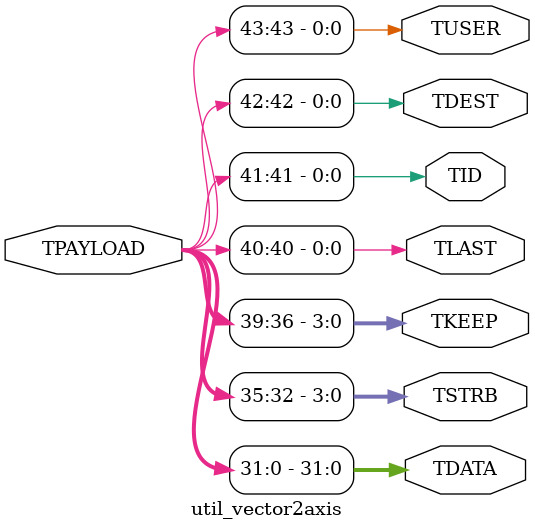
<source format=v>

`timescale 1ps/1ps
`default_nettype none

module util_vector2axis #
(
///////////////////////////////////////////////////////////////////////////////
// Parameter Definitions
///////////////////////////////////////////////////////////////////////////////
   parameter integer C_TDATA_WIDTH = 32,
   parameter integer C_TID_WIDTH   = 1,
   parameter integer C_TDEST_WIDTH = 1,
   parameter integer C_TUSER_WIDTH = 1,
   parameter integer C_TPAYLOAD_WIDTH = 44,
   parameter [31:0]  C_SIGNAL_SET  = 32'hFF
   // C_AXIS_SIGNAL_SET: each bit if enabled specifies which axis optional signals are present
   //   [0] => TREADY present
   //   [1] => TDATA present
   //   [2] => TSTRB present, TDATA must be present
   //   [3] => TKEEP present, TDATA must be present
   //   [4] => TLAST present
   //   [5] => TID present
   //   [6] => TDEST present
   //   [7] => TUSER present
   )
  (
///////////////////////////////////////////////////////////////////////////////
// Port Declarations
///////////////////////////////////////////////////////////////////////////////
   // outputs
   input  wire [C_TPAYLOAD_WIDTH-1:0] TPAYLOAD,

   // inputs
   output wire [C_TDATA_WIDTH-1:0]   TDATA,
   output wire [C_TDATA_WIDTH/8-1:0] TSTRB,
   output wire [C_TDATA_WIDTH/8-1:0] TKEEP,
   output wire                       TLAST,
   output wire [C_TID_WIDTH-1:0]     TID,
   output wire [C_TDEST_WIDTH-1:0]   TDEST,
   output wire [C_TUSER_WIDTH-1:0]   TUSER
   );

////////////////////////////////////////////////////////////////////////////////
// Functions
////////////////////////////////////////////////////////////////////////////////
//`include "axis_infrastructure.v"


//--------------------------------------------------------------------------
///////////////////////////////////////////////////////////////////////////////
// BEGIN Global Parameters
///////////////////////////////////////////////////////////////////////////////
// Define Signal Set indices
localparam G_INDX_SS_READY = 0;
localparam G_INDX_SS_DATA  = 1;
localparam G_INDX_SS_STRB  = 2;
localparam G_INDX_SS_KEEP  = 3;
localparam G_INDX_SS_LAST  = 4;
localparam G_INDX_SS_ID    = 5;
localparam G_INDX_SS_DEST  = 6;
localparam G_INDX_SS_USER  = 7;

///////////////////////////////////////////////////////////////////////////////
// BEGIN Functions
///////////////////////////////////////////////////////////////////////////////
// ceiling logb2
  function integer f_clogb2 (input integer size);
    begin
      size = size - 1;
      for (f_clogb2=1; size>1; f_clogb2=f_clogb2+1)
            size = size >> 1;
    end
  endfunction // clogb2

  // Calculates the Greatest Common Divisor between two integers using the
  // euclidean algorithm.
  function integer f_gcd (
    input integer a,
    input integer b
    );
    begin : main
      if (a == 0) begin
        f_gcd = b;
      end else if (b == 0) begin
        f_gcd = a;
      end else if (a > b) begin
        f_gcd = f_gcd(a % b, b);
      end else begin
        f_gcd = f_gcd(a, b % a);
      end
    end
  endfunction

  // Calculates the Lowest Common Denominator between two integers
  function integer f_lcm (
    input integer a,
    input integer b
    );
    begin : main
      f_lcm = ( a / f_gcd(a, b)) * b; 
    end
  endfunction

  // Returns back the index to the TDATA portion of TPAYLOAD, returns 0 if the
  // signal is not enabled.
  function integer f_get_tdata_indx (
    input integer DAW,  // TDATA Width
    input integer IDW,  // TID Width
    input integer DEW,  // TDEST Width
    input integer USW,  // TUSER Width
    input [31:0]  SST   // Signal Set
    );
    begin : main
      f_get_tdata_indx = 0;
    end
  endfunction

  // Returns back the index to the tstrb portion of TPAYLOAD, returns 0 if the
  // signal is not enabled.
  function integer f_get_tstrb_indx (
    input integer DAW,  // TDATA Width
    input integer IDW,  // TID Width
    input integer DEW,  // TDEST Width
    input integer USW,  // TUSER Width
    input [31:0]  SST   // Signal Set
    );
    begin : main
      integer cur_indx;
      cur_indx = f_get_tdata_indx(DAW, IDW, DEW, USW, SST);
      // If TDATA exists, then add its width to its base to get the tstrb index
      f_get_tstrb_indx = SST[G_INDX_SS_DATA] ? cur_indx + DAW : cur_indx;
    end
  endfunction

  // Returns back the index to the tkeep portion of TPAYLOAD, returns 0 if the
  // signal is not enabled.
  function integer f_get_tkeep_indx (
    input integer DAW,  // TDATA Width
    input integer IDW,  // TID Width
    input integer DEW,  // TDEST Width
    input integer USW,  // TUSER Width
    input [31:0]  SST   // Signal Set
    );
    begin : main
      integer cur_indx;
      cur_indx = f_get_tstrb_indx(DAW, IDW, DEW, USW, SST);
      f_get_tkeep_indx = SST[G_INDX_SS_STRB] ? cur_indx + DAW/8 : cur_indx;
    end
  endfunction

  // Returns back the index to the tlast portion of TPAYLOAD, returns 0 if the
  // signal is not enabled.
  function integer f_get_tlast_indx (
    input integer DAW,  // TDATA Width
    input integer IDW,  // TID Width
    input integer DEW,  // TDEST Width
    input integer USW,  // TUSER Width
    input [31:0]  SST   // Signal Set
    );
    begin : main
      integer cur_indx;
      cur_indx = f_get_tkeep_indx(DAW, IDW, DEW, USW, SST);
      f_get_tlast_indx = SST[G_INDX_SS_KEEP] ? cur_indx + DAW/8 : cur_indx;
    end
  endfunction

  // Returns back the index to the tid portion of TPAYLOAD, returns 0 if the
  // signal is not enabled.
  function integer f_get_tid_indx (
    input integer DAW,  // TDATA Width
    input integer IDW,  // TID Width
    input integer DEW,  // TDEST Width
    input integer USW,  // TUSER Width
    input [31:0]  SST   // Signal Set
    );
    begin : main
      integer cur_indx;
      cur_indx = f_get_tlast_indx(DAW, IDW, DEW, USW, SST);
      f_get_tid_indx = SST[G_INDX_SS_LAST] ? cur_indx + 1 : cur_indx;
    end
  endfunction

  // Returns back the index to the tdest portion of TPAYLOAD, returns 0 if the
  // signal is not enabled.
  function integer f_get_tdest_indx (
    input integer DAW,  // TDATA Width
    input integer IDW,  // TID Width
    input integer DEW,  // TDEST Width
    input integer USW,  // TUSER Width
    input [31:0]  SST   // Signal Set
    );
    begin : main
      integer cur_indx;
      cur_indx = f_get_tid_indx(DAW, IDW, DEW, USW, SST);
      f_get_tdest_indx = SST[G_INDX_SS_ID] ? cur_indx + IDW : cur_indx;
    end
  endfunction

  // Returns back the index to the tuser portion of TPAYLOAD, returns 0 if the
  // signal is not enabled.
  function integer f_get_tuser_indx (
    input integer DAW,  // TDATA Width
    input integer IDW,  // TID Width
    input integer DEW,  // TDEST Width
    input integer USW,  // TUSER Width
    input [31:0]  SST   // Signal Set
    );
    begin : main
      integer cur_indx;
      cur_indx = f_get_tdest_indx(DAW, IDW, DEW, USW, SST);
      f_get_tuser_indx = SST[G_INDX_SS_DEST] ? cur_indx + DEW : cur_indx;
    end
  endfunction

  // Payload is the sum of all the AXIS signals present except for
  // TREADY/TVALID
  function integer f_payload_width (
    input integer DAW,  // TDATA Width
    input integer IDW,  // TID Width
    input integer DEW,  // TDEST Width
    input integer USW,  // TUSER Width
    input [31:0]  SST   // Signal Set
    );
    begin : main
      integer cur_indx;
      cur_indx = f_get_tuser_indx(DAW, IDW, DEW, USW, SST);
      f_payload_width = SST[G_INDX_SS_USER] ? cur_indx + USW : cur_indx;
      // Ensure that the return value is never less than 1
      f_payload_width = (f_payload_width < 1) ? 1 : f_payload_width;
    end
  endfunction

////////////////////////////////////////////////////////////////////////////////
// Local parameters
////////////////////////////////////////////////////////////////////////////////
localparam P_TDATA_INDX = f_get_tdata_indx(C_TDATA_WIDTH, C_TID_WIDTH,
                                           C_TDEST_WIDTH, C_TUSER_WIDTH, 
                                           C_SIGNAL_SET);
localparam P_TSTRB_INDX = f_get_tstrb_indx(C_TDATA_WIDTH, C_TID_WIDTH,
                                           C_TDEST_WIDTH, C_TUSER_WIDTH, 
                                           C_SIGNAL_SET);
localparam P_TKEEP_INDX = f_get_tkeep_indx(C_TDATA_WIDTH, C_TID_WIDTH,
                                           C_TDEST_WIDTH, C_TUSER_WIDTH, 
                                           C_SIGNAL_SET);
localparam P_TLAST_INDX = f_get_tlast_indx(C_TDATA_WIDTH, C_TID_WIDTH,
                                           C_TDEST_WIDTH, C_TUSER_WIDTH, 
                                           C_SIGNAL_SET);
localparam P_TID_INDX   = f_get_tid_indx  (C_TDATA_WIDTH, C_TID_WIDTH,
                                           C_TDEST_WIDTH, C_TUSER_WIDTH, 
                                           C_SIGNAL_SET);
localparam P_TDEST_INDX = f_get_tdest_indx(C_TDATA_WIDTH, C_TID_WIDTH,
                                           C_TDEST_WIDTH, C_TUSER_WIDTH, 
                                           C_SIGNAL_SET);
localparam P_TUSER_INDX = f_get_tuser_indx(C_TDATA_WIDTH, C_TID_WIDTH,
                                           C_TDEST_WIDTH, C_TUSER_WIDTH, 
                                           C_SIGNAL_SET);
////////////////////////////////////////////////////////////////////////////////
// Wires/Reg declarations
////////////////////////////////////////////////////////////////////////////////

////////////////////////////////////////////////////////////////////////////////
// BEGIN RTL
////////////////////////////////////////////////////////////////////////////////
generate
begin
  if (C_SIGNAL_SET[G_INDX_SS_DATA]) begin : gen_tdata
    assign TDATA = TPAYLOAD[P_TDATA_INDX+:C_TDATA_WIDTH]  ;
  end
  if (C_SIGNAL_SET[G_INDX_SS_STRB]) begin : gen_tstrb
    assign TSTRB = TPAYLOAD[P_TSTRB_INDX+:C_TDATA_WIDTH/8];
  end
  if (C_SIGNAL_SET[G_INDX_SS_KEEP]) begin : gen_tkeep
    assign TKEEP = TPAYLOAD[P_TKEEP_INDX+:C_TDATA_WIDTH/8];
  end
  if (C_SIGNAL_SET[G_INDX_SS_LAST]) begin : gen_tlast
    assign TLAST = TPAYLOAD[P_TLAST_INDX+:1]              ;
  end
  if (C_SIGNAL_SET[G_INDX_SS_ID]) begin : gen_tid
    assign TID   = TPAYLOAD[P_TID_INDX+:C_TID_WIDTH]      ;
  end
  if (C_SIGNAL_SET[G_INDX_SS_DEST]) begin : gen_tdest
    assign TDEST = TPAYLOAD[P_TDEST_INDX+:C_TDEST_WIDTH]  ;
  end
  if (C_SIGNAL_SET[G_INDX_SS_USER]) begin : gen_tuser
    assign TUSER = TPAYLOAD[P_TUSER_INDX+:C_TUSER_WIDTH]  ;
  end
end
endgenerate
endmodule // axis_register_slice

`default_nettype wire

</source>
